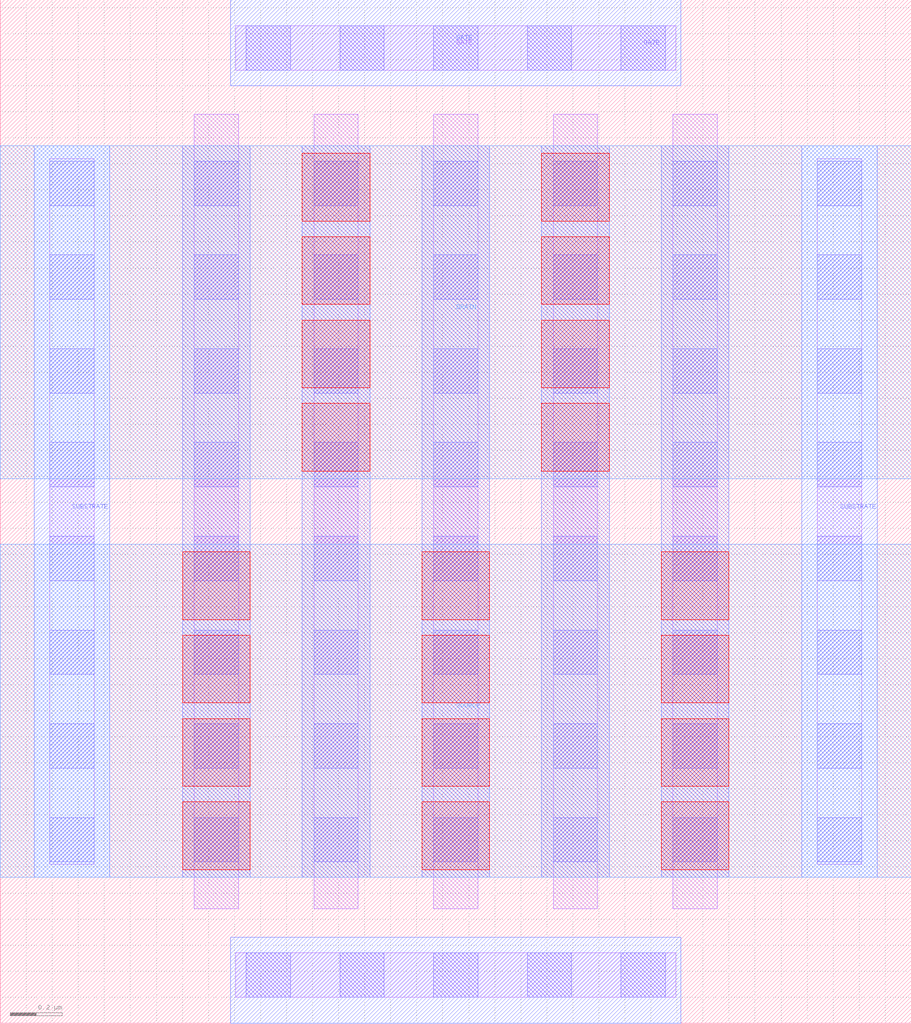
<source format=lef>
# Copyright 2020 The SkyWater PDK Authors
#
# Licensed under the Apache License, Version 2.0 (the "License");
# you may not use this file except in compliance with the License.
# You may obtain a copy of the License at
#
#     https://www.apache.org/licenses/LICENSE-2.0
#
# Unless required by applicable law or agreed to in writing, software
# distributed under the License is distributed on an "AS IS" BASIS,
# WITHOUT WARRANTIES OR CONDITIONS OF ANY KIND, either express or implied.
# See the License for the specific language governing permissions and
# limitations under the License.
#
# SPDX-License-Identifier: Apache-2.0

VERSION 5.7 ;
  NOWIREEXTENSIONATPIN ON ;
  DIVIDERCHAR "/" ;
  BUSBITCHARS "[]" ;
MACRO sky130_fd_pr__rf_nfet_01v8_aM04W3p00L0p18
  CLASS BLOCK ;
  FOREIGN sky130_fd_pr__rf_nfet_01v8_aM04W3p00L0p18 ;
  ORIGIN  0.000000  0.000000 ;
  SIZE  3.500000 BY  3.930000 ;
  PIN DRAIN
    ANTENNADIFFAREA  1.685600 ;
    PORT
      LAYER met2 ;
        RECT 0.000000 2.090000 3.500000 3.370000 ;
    END
  END DRAIN
  PIN GATE
    ANTENNAGATEAREA  2.167200 ;
    PORT
      LAYER li1 ;
        RECT 0.905000 0.100000 2.595000 0.270000 ;
        RECT 0.905000 3.660000 2.595000 3.830000 ;
      LAYER mcon ;
        RECT 0.945000 0.100000 1.115000 0.270000 ;
        RECT 0.945000 3.660000 1.115000 3.830000 ;
        RECT 1.305000 0.100000 1.475000 0.270000 ;
        RECT 1.305000 3.660000 1.475000 3.830000 ;
        RECT 1.665000 0.100000 1.835000 0.270000 ;
        RECT 1.665000 3.660000 1.835000 3.830000 ;
        RECT 2.025000 0.100000 2.195000 0.270000 ;
        RECT 2.025000 3.660000 2.195000 3.830000 ;
        RECT 2.385000 0.100000 2.555000 0.270000 ;
        RECT 2.385000 3.660000 2.555000 3.830000 ;
    END
    PORT
      LAYER met1 ;
        RECT 0.885000 0.000000 2.615000 0.330000 ;
        RECT 0.885000 3.600000 2.615000 3.930000 ;
    END
  END GATE
  PIN SOURCE
    ANTENNADIFFAREA  2.528400 ;
    PORT
      LAYER met2 ;
        RECT 0.000000 0.560000 3.500000 1.840000 ;
    END
  END SOURCE
  PIN SUBSTRATE
    ANTENNADIFFAREA  0.872900 ;
    PORT
      LAYER met1 ;
        RECT 0.130000 0.560000 0.420000 3.370000 ;
    END
    PORT
      LAYER met1 ;
        RECT 3.080000 0.560000 3.370000 3.370000 ;
    END
  END SUBSTRATE
  OBS
    LAYER li1 ;
      RECT 0.190000 0.610000 0.360000 3.320000 ;
      RECT 0.745000 0.440000 0.915000 3.490000 ;
      RECT 1.205000 0.440000 1.375000 3.490000 ;
      RECT 1.665000 0.440000 1.835000 3.490000 ;
      RECT 2.125000 0.440000 2.295000 3.490000 ;
      RECT 2.585000 0.440000 2.755000 3.490000 ;
      RECT 3.140000 0.610000 3.310000 3.320000 ;
    LAYER mcon ;
      RECT 0.190000 0.620000 0.360000 0.790000 ;
      RECT 0.190000 0.980000 0.360000 1.150000 ;
      RECT 0.190000 1.340000 0.360000 1.510000 ;
      RECT 0.190000 1.700000 0.360000 1.870000 ;
      RECT 0.190000 2.060000 0.360000 2.230000 ;
      RECT 0.190000 2.420000 0.360000 2.590000 ;
      RECT 0.190000 2.780000 0.360000 2.950000 ;
      RECT 0.190000 3.140000 0.360000 3.310000 ;
      RECT 0.745000 0.620000 0.915000 0.790000 ;
      RECT 0.745000 0.980000 0.915000 1.150000 ;
      RECT 0.745000 1.340000 0.915000 1.510000 ;
      RECT 0.745000 1.700000 0.915000 1.870000 ;
      RECT 0.745000 2.060000 0.915000 2.230000 ;
      RECT 0.745000 2.420000 0.915000 2.590000 ;
      RECT 0.745000 2.780000 0.915000 2.950000 ;
      RECT 0.745000 3.140000 0.915000 3.310000 ;
      RECT 1.205000 0.620000 1.375000 0.790000 ;
      RECT 1.205000 0.980000 1.375000 1.150000 ;
      RECT 1.205000 1.340000 1.375000 1.510000 ;
      RECT 1.205000 1.700000 1.375000 1.870000 ;
      RECT 1.205000 2.060000 1.375000 2.230000 ;
      RECT 1.205000 2.420000 1.375000 2.590000 ;
      RECT 1.205000 2.780000 1.375000 2.950000 ;
      RECT 1.205000 3.140000 1.375000 3.310000 ;
      RECT 1.665000 0.620000 1.835000 0.790000 ;
      RECT 1.665000 0.980000 1.835000 1.150000 ;
      RECT 1.665000 1.340000 1.835000 1.510000 ;
      RECT 1.665000 1.700000 1.835000 1.870000 ;
      RECT 1.665000 2.060000 1.835000 2.230000 ;
      RECT 1.665000 2.420000 1.835000 2.590000 ;
      RECT 1.665000 2.780000 1.835000 2.950000 ;
      RECT 1.665000 3.140000 1.835000 3.310000 ;
      RECT 2.125000 0.620000 2.295000 0.790000 ;
      RECT 2.125000 0.980000 2.295000 1.150000 ;
      RECT 2.125000 1.340000 2.295000 1.510000 ;
      RECT 2.125000 1.700000 2.295000 1.870000 ;
      RECT 2.125000 2.060000 2.295000 2.230000 ;
      RECT 2.125000 2.420000 2.295000 2.590000 ;
      RECT 2.125000 2.780000 2.295000 2.950000 ;
      RECT 2.125000 3.140000 2.295000 3.310000 ;
      RECT 2.585000 0.620000 2.755000 0.790000 ;
      RECT 2.585000 0.980000 2.755000 1.150000 ;
      RECT 2.585000 1.340000 2.755000 1.510000 ;
      RECT 2.585000 1.700000 2.755000 1.870000 ;
      RECT 2.585000 2.060000 2.755000 2.230000 ;
      RECT 2.585000 2.420000 2.755000 2.590000 ;
      RECT 2.585000 2.780000 2.755000 2.950000 ;
      RECT 2.585000 3.140000 2.755000 3.310000 ;
      RECT 3.140000 0.620000 3.310000 0.790000 ;
      RECT 3.140000 0.980000 3.310000 1.150000 ;
      RECT 3.140000 1.340000 3.310000 1.510000 ;
      RECT 3.140000 1.700000 3.310000 1.870000 ;
      RECT 3.140000 2.060000 3.310000 2.230000 ;
      RECT 3.140000 2.420000 3.310000 2.590000 ;
      RECT 3.140000 2.780000 3.310000 2.950000 ;
      RECT 3.140000 3.140000 3.310000 3.310000 ;
    LAYER met1 ;
      RECT 0.700000 0.560000 0.960000 3.370000 ;
      RECT 1.160000 0.560000 1.420000 3.370000 ;
      RECT 1.620000 0.560000 1.880000 3.370000 ;
      RECT 2.080000 0.560000 2.340000 3.370000 ;
      RECT 2.540000 0.560000 2.800000 3.370000 ;
    LAYER via ;
      RECT 0.700000 0.590000 0.960000 0.850000 ;
      RECT 0.700000 0.910000 0.960000 1.170000 ;
      RECT 0.700000 1.230000 0.960000 1.490000 ;
      RECT 0.700000 1.550000 0.960000 1.810000 ;
      RECT 1.160000 2.120000 1.420000 2.380000 ;
      RECT 1.160000 2.440000 1.420000 2.700000 ;
      RECT 1.160000 2.760000 1.420000 3.020000 ;
      RECT 1.160000 3.080000 1.420000 3.340000 ;
      RECT 1.620000 0.590000 1.880000 0.850000 ;
      RECT 1.620000 0.910000 1.880000 1.170000 ;
      RECT 1.620000 1.230000 1.880000 1.490000 ;
      RECT 1.620000 1.550000 1.880000 1.810000 ;
      RECT 2.080000 2.120000 2.340000 2.380000 ;
      RECT 2.080000 2.440000 2.340000 2.700000 ;
      RECT 2.080000 2.760000 2.340000 3.020000 ;
      RECT 2.080000 3.080000 2.340000 3.340000 ;
      RECT 2.540000 0.590000 2.800000 0.850000 ;
      RECT 2.540000 0.910000 2.800000 1.170000 ;
      RECT 2.540000 1.230000 2.800000 1.490000 ;
      RECT 2.540000 1.550000 2.800000 1.810000 ;
  END
END sky130_fd_pr__rf_nfet_01v8_aM04W3p00L0p18
END LIBRARY

</source>
